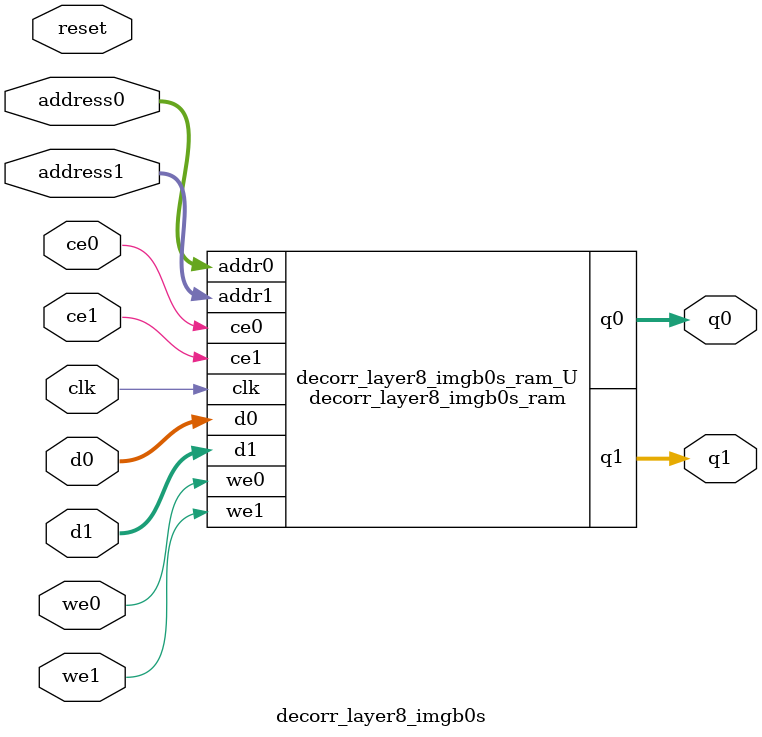
<source format=v>
`timescale 1 ns / 1 ps
module decorr_layer8_imgb0s_ram (addr0, ce0, d0, we0, q0, addr1, ce1, d1, we1, q1,  clk);

parameter DWIDTH = 4;
parameter AWIDTH = 15;
parameter MEM_SIZE = 18480;

input[AWIDTH-1:0] addr0;
input ce0;
input[DWIDTH-1:0] d0;
input we0;
output reg[DWIDTH-1:0] q0;
input[AWIDTH-1:0] addr1;
input ce1;
input[DWIDTH-1:0] d1;
input we1;
output reg[DWIDTH-1:0] q1;
input clk;

(* ram_style = "block" *)reg [DWIDTH-1:0] ram[0:MEM_SIZE-1];




always @(posedge clk)  
begin 
    if (ce0) 
    begin
        if (we0) 
        begin 
            ram[addr0] <= d0; 
        end 
        q0 <= ram[addr0];
    end
end


always @(posedge clk)  
begin 
    if (ce1) 
    begin
        if (we1) 
        begin 
            ram[addr1] <= d1; 
        end 
        q1 <= ram[addr1];
    end
end


endmodule

`timescale 1 ns / 1 ps
module decorr_layer8_imgb0s(
    reset,
    clk,
    address0,
    ce0,
    we0,
    d0,
    q0,
    address1,
    ce1,
    we1,
    d1,
    q1);

parameter DataWidth = 32'd4;
parameter AddressRange = 32'd18480;
parameter AddressWidth = 32'd15;
input reset;
input clk;
input[AddressWidth - 1:0] address0;
input ce0;
input we0;
input[DataWidth - 1:0] d0;
output[DataWidth - 1:0] q0;
input[AddressWidth - 1:0] address1;
input ce1;
input we1;
input[DataWidth - 1:0] d1;
output[DataWidth - 1:0] q1;



decorr_layer8_imgb0s_ram decorr_layer8_imgb0s_ram_U(
    .clk( clk ),
    .addr0( address0 ),
    .ce0( ce0 ),
    .we0( we0 ),
    .d0( d0 ),
    .q0( q0 ),
    .addr1( address1 ),
    .ce1( ce1 ),
    .we1( we1 ),
    .d1( d1 ),
    .q1( q1 ));

endmodule


</source>
